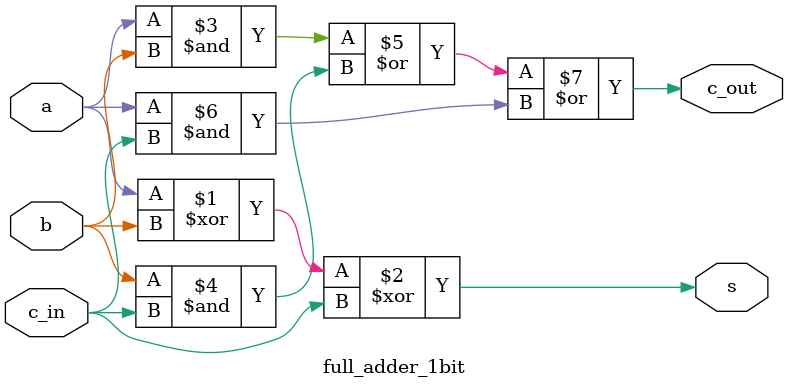
<source format=v>
/*
Anthony De Caria - January 18, 2016

This module is a full adder for a single bit.
*/

module full_adder_1bit(a, b, c_in, c_out, s);
  
  /*
   * I/Os
   */
  input a, b, c_in;
  output s, c_out;
  
  /*		
	 a  b  c_in | c_out  s
	 0  0   0   |   0    0
	 0  0   1   |   0    1
	 0  1   0   |   0    1
	 0  1   1   |   1    0
	 1  0   0   |   0    1
	 1  0   1   |   1    0
	 1  1   0   |   1    0
	 1  1   1   |   1    1
	
	*/
  
  assign s = (a ^ b) ^ c_in;
  assign c_out = a&b | b&c_in | a&c_in;
  
endmodule

</source>
